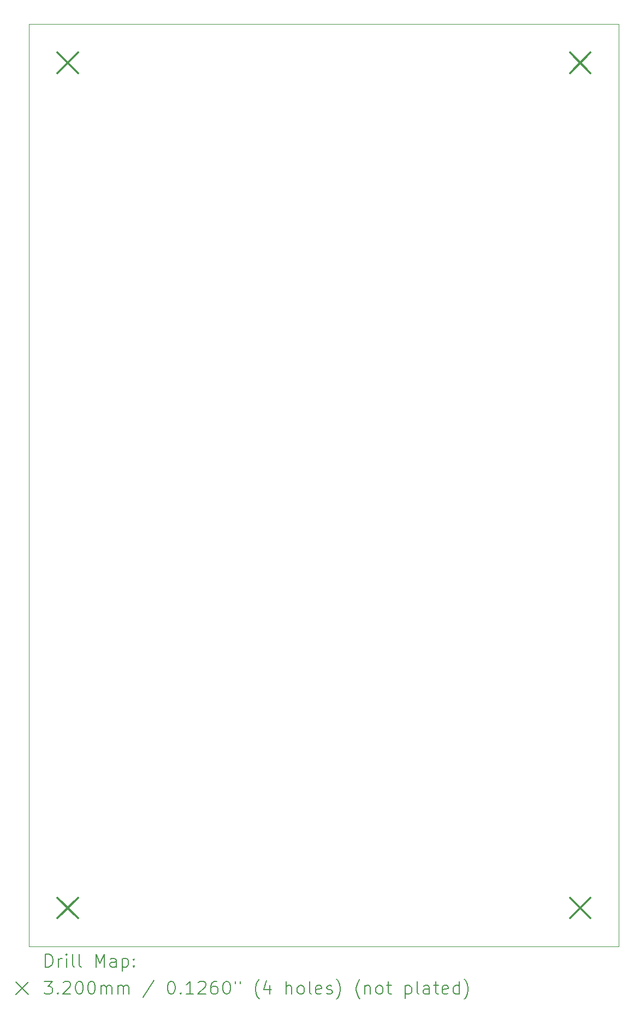
<source format=gbr>
%TF.GenerationSoftware,KiCad,Pcbnew,8.0.8*%
%TF.CreationDate,2025-05-15T13:52:13+02:00*%
%TF.ProjectId,CdFdR,43644664-522e-46b6-9963-61645f706362,0.1*%
%TF.SameCoordinates,Original*%
%TF.FileFunction,Drillmap*%
%TF.FilePolarity,Positive*%
%FSLAX45Y45*%
G04 Gerber Fmt 4.5, Leading zero omitted, Abs format (unit mm)*
G04 Created by KiCad (PCBNEW 8.0.8) date 2025-05-15 13:52:13*
%MOMM*%
%LPD*%
G01*
G04 APERTURE LIST*
%ADD10C,0.050000*%
%ADD11C,0.200000*%
%ADD12C,0.320000*%
G04 APERTURE END LIST*
D10*
X5000000Y-4700000D02*
X14150000Y-4700000D01*
X14150000Y-19000000D01*
X5000000Y-19000000D01*
X5000000Y-4700000D01*
D11*
D12*
X5440000Y-5140000D02*
X5760000Y-5460000D01*
X5760000Y-5140000D02*
X5440000Y-5460000D01*
X5440000Y-18240000D02*
X5760000Y-18560000D01*
X5760000Y-18240000D02*
X5440000Y-18560000D01*
X13390000Y-5140000D02*
X13710000Y-5460000D01*
X13710000Y-5140000D02*
X13390000Y-5460000D01*
X13390000Y-18240000D02*
X13710000Y-18560000D01*
X13710000Y-18240000D02*
X13390000Y-18560000D01*
D11*
X5258277Y-19313984D02*
X5258277Y-19113984D01*
X5258277Y-19113984D02*
X5305896Y-19113984D01*
X5305896Y-19113984D02*
X5334467Y-19123508D01*
X5334467Y-19123508D02*
X5353515Y-19142555D01*
X5353515Y-19142555D02*
X5363039Y-19161603D01*
X5363039Y-19161603D02*
X5372563Y-19199698D01*
X5372563Y-19199698D02*
X5372563Y-19228270D01*
X5372563Y-19228270D02*
X5363039Y-19266365D01*
X5363039Y-19266365D02*
X5353515Y-19285412D01*
X5353515Y-19285412D02*
X5334467Y-19304460D01*
X5334467Y-19304460D02*
X5305896Y-19313984D01*
X5305896Y-19313984D02*
X5258277Y-19313984D01*
X5458277Y-19313984D02*
X5458277Y-19180650D01*
X5458277Y-19218746D02*
X5467801Y-19199698D01*
X5467801Y-19199698D02*
X5477324Y-19190174D01*
X5477324Y-19190174D02*
X5496372Y-19180650D01*
X5496372Y-19180650D02*
X5515420Y-19180650D01*
X5582086Y-19313984D02*
X5582086Y-19180650D01*
X5582086Y-19113984D02*
X5572563Y-19123508D01*
X5572563Y-19123508D02*
X5582086Y-19133031D01*
X5582086Y-19133031D02*
X5591610Y-19123508D01*
X5591610Y-19123508D02*
X5582086Y-19113984D01*
X5582086Y-19113984D02*
X5582086Y-19133031D01*
X5705896Y-19313984D02*
X5686848Y-19304460D01*
X5686848Y-19304460D02*
X5677324Y-19285412D01*
X5677324Y-19285412D02*
X5677324Y-19113984D01*
X5810658Y-19313984D02*
X5791610Y-19304460D01*
X5791610Y-19304460D02*
X5782086Y-19285412D01*
X5782086Y-19285412D02*
X5782086Y-19113984D01*
X6039229Y-19313984D02*
X6039229Y-19113984D01*
X6039229Y-19113984D02*
X6105896Y-19256841D01*
X6105896Y-19256841D02*
X6172562Y-19113984D01*
X6172562Y-19113984D02*
X6172562Y-19313984D01*
X6353515Y-19313984D02*
X6353515Y-19209222D01*
X6353515Y-19209222D02*
X6343991Y-19190174D01*
X6343991Y-19190174D02*
X6324943Y-19180650D01*
X6324943Y-19180650D02*
X6286848Y-19180650D01*
X6286848Y-19180650D02*
X6267801Y-19190174D01*
X6353515Y-19304460D02*
X6334467Y-19313984D01*
X6334467Y-19313984D02*
X6286848Y-19313984D01*
X6286848Y-19313984D02*
X6267801Y-19304460D01*
X6267801Y-19304460D02*
X6258277Y-19285412D01*
X6258277Y-19285412D02*
X6258277Y-19266365D01*
X6258277Y-19266365D02*
X6267801Y-19247317D01*
X6267801Y-19247317D02*
X6286848Y-19237793D01*
X6286848Y-19237793D02*
X6334467Y-19237793D01*
X6334467Y-19237793D02*
X6353515Y-19228270D01*
X6448753Y-19180650D02*
X6448753Y-19380650D01*
X6448753Y-19190174D02*
X6467801Y-19180650D01*
X6467801Y-19180650D02*
X6505896Y-19180650D01*
X6505896Y-19180650D02*
X6524943Y-19190174D01*
X6524943Y-19190174D02*
X6534467Y-19199698D01*
X6534467Y-19199698D02*
X6543991Y-19218746D01*
X6543991Y-19218746D02*
X6543991Y-19275889D01*
X6543991Y-19275889D02*
X6534467Y-19294936D01*
X6534467Y-19294936D02*
X6524943Y-19304460D01*
X6524943Y-19304460D02*
X6505896Y-19313984D01*
X6505896Y-19313984D02*
X6467801Y-19313984D01*
X6467801Y-19313984D02*
X6448753Y-19304460D01*
X6629705Y-19294936D02*
X6639229Y-19304460D01*
X6639229Y-19304460D02*
X6629705Y-19313984D01*
X6629705Y-19313984D02*
X6620182Y-19304460D01*
X6620182Y-19304460D02*
X6629705Y-19294936D01*
X6629705Y-19294936D02*
X6629705Y-19313984D01*
X6629705Y-19190174D02*
X6639229Y-19199698D01*
X6639229Y-19199698D02*
X6629705Y-19209222D01*
X6629705Y-19209222D02*
X6620182Y-19199698D01*
X6620182Y-19199698D02*
X6629705Y-19190174D01*
X6629705Y-19190174D02*
X6629705Y-19209222D01*
X4797500Y-19542500D02*
X4997500Y-19742500D01*
X4997500Y-19542500D02*
X4797500Y-19742500D01*
X5239229Y-19533984D02*
X5363039Y-19533984D01*
X5363039Y-19533984D02*
X5296372Y-19610174D01*
X5296372Y-19610174D02*
X5324944Y-19610174D01*
X5324944Y-19610174D02*
X5343991Y-19619698D01*
X5343991Y-19619698D02*
X5353515Y-19629222D01*
X5353515Y-19629222D02*
X5363039Y-19648270D01*
X5363039Y-19648270D02*
X5363039Y-19695889D01*
X5363039Y-19695889D02*
X5353515Y-19714936D01*
X5353515Y-19714936D02*
X5343991Y-19724460D01*
X5343991Y-19724460D02*
X5324944Y-19733984D01*
X5324944Y-19733984D02*
X5267801Y-19733984D01*
X5267801Y-19733984D02*
X5248753Y-19724460D01*
X5248753Y-19724460D02*
X5239229Y-19714936D01*
X5448753Y-19714936D02*
X5458277Y-19724460D01*
X5458277Y-19724460D02*
X5448753Y-19733984D01*
X5448753Y-19733984D02*
X5439229Y-19724460D01*
X5439229Y-19724460D02*
X5448753Y-19714936D01*
X5448753Y-19714936D02*
X5448753Y-19733984D01*
X5534467Y-19553031D02*
X5543991Y-19543508D01*
X5543991Y-19543508D02*
X5563039Y-19533984D01*
X5563039Y-19533984D02*
X5610658Y-19533984D01*
X5610658Y-19533984D02*
X5629705Y-19543508D01*
X5629705Y-19543508D02*
X5639229Y-19553031D01*
X5639229Y-19553031D02*
X5648753Y-19572079D01*
X5648753Y-19572079D02*
X5648753Y-19591127D01*
X5648753Y-19591127D02*
X5639229Y-19619698D01*
X5639229Y-19619698D02*
X5524944Y-19733984D01*
X5524944Y-19733984D02*
X5648753Y-19733984D01*
X5772562Y-19533984D02*
X5791610Y-19533984D01*
X5791610Y-19533984D02*
X5810658Y-19543508D01*
X5810658Y-19543508D02*
X5820182Y-19553031D01*
X5820182Y-19553031D02*
X5829705Y-19572079D01*
X5829705Y-19572079D02*
X5839229Y-19610174D01*
X5839229Y-19610174D02*
X5839229Y-19657793D01*
X5839229Y-19657793D02*
X5829705Y-19695889D01*
X5829705Y-19695889D02*
X5820182Y-19714936D01*
X5820182Y-19714936D02*
X5810658Y-19724460D01*
X5810658Y-19724460D02*
X5791610Y-19733984D01*
X5791610Y-19733984D02*
X5772562Y-19733984D01*
X5772562Y-19733984D02*
X5753515Y-19724460D01*
X5753515Y-19724460D02*
X5743991Y-19714936D01*
X5743991Y-19714936D02*
X5734467Y-19695889D01*
X5734467Y-19695889D02*
X5724943Y-19657793D01*
X5724943Y-19657793D02*
X5724943Y-19610174D01*
X5724943Y-19610174D02*
X5734467Y-19572079D01*
X5734467Y-19572079D02*
X5743991Y-19553031D01*
X5743991Y-19553031D02*
X5753515Y-19543508D01*
X5753515Y-19543508D02*
X5772562Y-19533984D01*
X5963039Y-19533984D02*
X5982086Y-19533984D01*
X5982086Y-19533984D02*
X6001134Y-19543508D01*
X6001134Y-19543508D02*
X6010658Y-19553031D01*
X6010658Y-19553031D02*
X6020182Y-19572079D01*
X6020182Y-19572079D02*
X6029705Y-19610174D01*
X6029705Y-19610174D02*
X6029705Y-19657793D01*
X6029705Y-19657793D02*
X6020182Y-19695889D01*
X6020182Y-19695889D02*
X6010658Y-19714936D01*
X6010658Y-19714936D02*
X6001134Y-19724460D01*
X6001134Y-19724460D02*
X5982086Y-19733984D01*
X5982086Y-19733984D02*
X5963039Y-19733984D01*
X5963039Y-19733984D02*
X5943991Y-19724460D01*
X5943991Y-19724460D02*
X5934467Y-19714936D01*
X5934467Y-19714936D02*
X5924943Y-19695889D01*
X5924943Y-19695889D02*
X5915420Y-19657793D01*
X5915420Y-19657793D02*
X5915420Y-19610174D01*
X5915420Y-19610174D02*
X5924943Y-19572079D01*
X5924943Y-19572079D02*
X5934467Y-19553031D01*
X5934467Y-19553031D02*
X5943991Y-19543508D01*
X5943991Y-19543508D02*
X5963039Y-19533984D01*
X6115420Y-19733984D02*
X6115420Y-19600650D01*
X6115420Y-19619698D02*
X6124943Y-19610174D01*
X6124943Y-19610174D02*
X6143991Y-19600650D01*
X6143991Y-19600650D02*
X6172563Y-19600650D01*
X6172563Y-19600650D02*
X6191610Y-19610174D01*
X6191610Y-19610174D02*
X6201134Y-19629222D01*
X6201134Y-19629222D02*
X6201134Y-19733984D01*
X6201134Y-19629222D02*
X6210658Y-19610174D01*
X6210658Y-19610174D02*
X6229705Y-19600650D01*
X6229705Y-19600650D02*
X6258277Y-19600650D01*
X6258277Y-19600650D02*
X6277324Y-19610174D01*
X6277324Y-19610174D02*
X6286848Y-19629222D01*
X6286848Y-19629222D02*
X6286848Y-19733984D01*
X6382086Y-19733984D02*
X6382086Y-19600650D01*
X6382086Y-19619698D02*
X6391610Y-19610174D01*
X6391610Y-19610174D02*
X6410658Y-19600650D01*
X6410658Y-19600650D02*
X6439229Y-19600650D01*
X6439229Y-19600650D02*
X6458277Y-19610174D01*
X6458277Y-19610174D02*
X6467801Y-19629222D01*
X6467801Y-19629222D02*
X6467801Y-19733984D01*
X6467801Y-19629222D02*
X6477324Y-19610174D01*
X6477324Y-19610174D02*
X6496372Y-19600650D01*
X6496372Y-19600650D02*
X6524943Y-19600650D01*
X6524943Y-19600650D02*
X6543991Y-19610174D01*
X6543991Y-19610174D02*
X6553515Y-19629222D01*
X6553515Y-19629222D02*
X6553515Y-19733984D01*
X6943991Y-19524460D02*
X6772563Y-19781603D01*
X7201134Y-19533984D02*
X7220182Y-19533984D01*
X7220182Y-19533984D02*
X7239229Y-19543508D01*
X7239229Y-19543508D02*
X7248753Y-19553031D01*
X7248753Y-19553031D02*
X7258277Y-19572079D01*
X7258277Y-19572079D02*
X7267801Y-19610174D01*
X7267801Y-19610174D02*
X7267801Y-19657793D01*
X7267801Y-19657793D02*
X7258277Y-19695889D01*
X7258277Y-19695889D02*
X7248753Y-19714936D01*
X7248753Y-19714936D02*
X7239229Y-19724460D01*
X7239229Y-19724460D02*
X7220182Y-19733984D01*
X7220182Y-19733984D02*
X7201134Y-19733984D01*
X7201134Y-19733984D02*
X7182086Y-19724460D01*
X7182086Y-19724460D02*
X7172563Y-19714936D01*
X7172563Y-19714936D02*
X7163039Y-19695889D01*
X7163039Y-19695889D02*
X7153515Y-19657793D01*
X7153515Y-19657793D02*
X7153515Y-19610174D01*
X7153515Y-19610174D02*
X7163039Y-19572079D01*
X7163039Y-19572079D02*
X7172563Y-19553031D01*
X7172563Y-19553031D02*
X7182086Y-19543508D01*
X7182086Y-19543508D02*
X7201134Y-19533984D01*
X7353515Y-19714936D02*
X7363039Y-19724460D01*
X7363039Y-19724460D02*
X7353515Y-19733984D01*
X7353515Y-19733984D02*
X7343991Y-19724460D01*
X7343991Y-19724460D02*
X7353515Y-19714936D01*
X7353515Y-19714936D02*
X7353515Y-19733984D01*
X7553515Y-19733984D02*
X7439229Y-19733984D01*
X7496372Y-19733984D02*
X7496372Y-19533984D01*
X7496372Y-19533984D02*
X7477325Y-19562555D01*
X7477325Y-19562555D02*
X7458277Y-19581603D01*
X7458277Y-19581603D02*
X7439229Y-19591127D01*
X7629706Y-19553031D02*
X7639229Y-19543508D01*
X7639229Y-19543508D02*
X7658277Y-19533984D01*
X7658277Y-19533984D02*
X7705896Y-19533984D01*
X7705896Y-19533984D02*
X7724944Y-19543508D01*
X7724944Y-19543508D02*
X7734467Y-19553031D01*
X7734467Y-19553031D02*
X7743991Y-19572079D01*
X7743991Y-19572079D02*
X7743991Y-19591127D01*
X7743991Y-19591127D02*
X7734467Y-19619698D01*
X7734467Y-19619698D02*
X7620182Y-19733984D01*
X7620182Y-19733984D02*
X7743991Y-19733984D01*
X7915420Y-19533984D02*
X7877325Y-19533984D01*
X7877325Y-19533984D02*
X7858277Y-19543508D01*
X7858277Y-19543508D02*
X7848753Y-19553031D01*
X7848753Y-19553031D02*
X7829706Y-19581603D01*
X7829706Y-19581603D02*
X7820182Y-19619698D01*
X7820182Y-19619698D02*
X7820182Y-19695889D01*
X7820182Y-19695889D02*
X7829706Y-19714936D01*
X7829706Y-19714936D02*
X7839229Y-19724460D01*
X7839229Y-19724460D02*
X7858277Y-19733984D01*
X7858277Y-19733984D02*
X7896372Y-19733984D01*
X7896372Y-19733984D02*
X7915420Y-19724460D01*
X7915420Y-19724460D02*
X7924944Y-19714936D01*
X7924944Y-19714936D02*
X7934467Y-19695889D01*
X7934467Y-19695889D02*
X7934467Y-19648270D01*
X7934467Y-19648270D02*
X7924944Y-19629222D01*
X7924944Y-19629222D02*
X7915420Y-19619698D01*
X7915420Y-19619698D02*
X7896372Y-19610174D01*
X7896372Y-19610174D02*
X7858277Y-19610174D01*
X7858277Y-19610174D02*
X7839229Y-19619698D01*
X7839229Y-19619698D02*
X7829706Y-19629222D01*
X7829706Y-19629222D02*
X7820182Y-19648270D01*
X8058277Y-19533984D02*
X8077325Y-19533984D01*
X8077325Y-19533984D02*
X8096372Y-19543508D01*
X8096372Y-19543508D02*
X8105896Y-19553031D01*
X8105896Y-19553031D02*
X8115420Y-19572079D01*
X8115420Y-19572079D02*
X8124944Y-19610174D01*
X8124944Y-19610174D02*
X8124944Y-19657793D01*
X8124944Y-19657793D02*
X8115420Y-19695889D01*
X8115420Y-19695889D02*
X8105896Y-19714936D01*
X8105896Y-19714936D02*
X8096372Y-19724460D01*
X8096372Y-19724460D02*
X8077325Y-19733984D01*
X8077325Y-19733984D02*
X8058277Y-19733984D01*
X8058277Y-19733984D02*
X8039229Y-19724460D01*
X8039229Y-19724460D02*
X8029706Y-19714936D01*
X8029706Y-19714936D02*
X8020182Y-19695889D01*
X8020182Y-19695889D02*
X8010658Y-19657793D01*
X8010658Y-19657793D02*
X8010658Y-19610174D01*
X8010658Y-19610174D02*
X8020182Y-19572079D01*
X8020182Y-19572079D02*
X8029706Y-19553031D01*
X8029706Y-19553031D02*
X8039229Y-19543508D01*
X8039229Y-19543508D02*
X8058277Y-19533984D01*
X8201134Y-19533984D02*
X8201134Y-19572079D01*
X8277325Y-19533984D02*
X8277325Y-19572079D01*
X8572563Y-19810174D02*
X8563039Y-19800650D01*
X8563039Y-19800650D02*
X8543991Y-19772079D01*
X8543991Y-19772079D02*
X8534468Y-19753031D01*
X8534468Y-19753031D02*
X8524944Y-19724460D01*
X8524944Y-19724460D02*
X8515420Y-19676841D01*
X8515420Y-19676841D02*
X8515420Y-19638746D01*
X8515420Y-19638746D02*
X8524944Y-19591127D01*
X8524944Y-19591127D02*
X8534468Y-19562555D01*
X8534468Y-19562555D02*
X8543991Y-19543508D01*
X8543991Y-19543508D02*
X8563039Y-19514936D01*
X8563039Y-19514936D02*
X8572563Y-19505412D01*
X8734468Y-19600650D02*
X8734468Y-19733984D01*
X8686849Y-19524460D02*
X8639230Y-19667317D01*
X8639230Y-19667317D02*
X8763039Y-19667317D01*
X8991611Y-19733984D02*
X8991611Y-19533984D01*
X9077325Y-19733984D02*
X9077325Y-19629222D01*
X9077325Y-19629222D02*
X9067801Y-19610174D01*
X9067801Y-19610174D02*
X9048753Y-19600650D01*
X9048753Y-19600650D02*
X9020182Y-19600650D01*
X9020182Y-19600650D02*
X9001134Y-19610174D01*
X9001134Y-19610174D02*
X8991611Y-19619698D01*
X9201134Y-19733984D02*
X9182087Y-19724460D01*
X9182087Y-19724460D02*
X9172563Y-19714936D01*
X9172563Y-19714936D02*
X9163039Y-19695889D01*
X9163039Y-19695889D02*
X9163039Y-19638746D01*
X9163039Y-19638746D02*
X9172563Y-19619698D01*
X9172563Y-19619698D02*
X9182087Y-19610174D01*
X9182087Y-19610174D02*
X9201134Y-19600650D01*
X9201134Y-19600650D02*
X9229706Y-19600650D01*
X9229706Y-19600650D02*
X9248753Y-19610174D01*
X9248753Y-19610174D02*
X9258277Y-19619698D01*
X9258277Y-19619698D02*
X9267801Y-19638746D01*
X9267801Y-19638746D02*
X9267801Y-19695889D01*
X9267801Y-19695889D02*
X9258277Y-19714936D01*
X9258277Y-19714936D02*
X9248753Y-19724460D01*
X9248753Y-19724460D02*
X9229706Y-19733984D01*
X9229706Y-19733984D02*
X9201134Y-19733984D01*
X9382087Y-19733984D02*
X9363039Y-19724460D01*
X9363039Y-19724460D02*
X9353515Y-19705412D01*
X9353515Y-19705412D02*
X9353515Y-19533984D01*
X9534468Y-19724460D02*
X9515420Y-19733984D01*
X9515420Y-19733984D02*
X9477325Y-19733984D01*
X9477325Y-19733984D02*
X9458277Y-19724460D01*
X9458277Y-19724460D02*
X9448753Y-19705412D01*
X9448753Y-19705412D02*
X9448753Y-19629222D01*
X9448753Y-19629222D02*
X9458277Y-19610174D01*
X9458277Y-19610174D02*
X9477325Y-19600650D01*
X9477325Y-19600650D02*
X9515420Y-19600650D01*
X9515420Y-19600650D02*
X9534468Y-19610174D01*
X9534468Y-19610174D02*
X9543992Y-19629222D01*
X9543992Y-19629222D02*
X9543992Y-19648270D01*
X9543992Y-19648270D02*
X9448753Y-19667317D01*
X9620182Y-19724460D02*
X9639230Y-19733984D01*
X9639230Y-19733984D02*
X9677325Y-19733984D01*
X9677325Y-19733984D02*
X9696373Y-19724460D01*
X9696373Y-19724460D02*
X9705896Y-19705412D01*
X9705896Y-19705412D02*
X9705896Y-19695889D01*
X9705896Y-19695889D02*
X9696373Y-19676841D01*
X9696373Y-19676841D02*
X9677325Y-19667317D01*
X9677325Y-19667317D02*
X9648753Y-19667317D01*
X9648753Y-19667317D02*
X9629706Y-19657793D01*
X9629706Y-19657793D02*
X9620182Y-19638746D01*
X9620182Y-19638746D02*
X9620182Y-19629222D01*
X9620182Y-19629222D02*
X9629706Y-19610174D01*
X9629706Y-19610174D02*
X9648753Y-19600650D01*
X9648753Y-19600650D02*
X9677325Y-19600650D01*
X9677325Y-19600650D02*
X9696373Y-19610174D01*
X9772563Y-19810174D02*
X9782087Y-19800650D01*
X9782087Y-19800650D02*
X9801134Y-19772079D01*
X9801134Y-19772079D02*
X9810658Y-19753031D01*
X9810658Y-19753031D02*
X9820182Y-19724460D01*
X9820182Y-19724460D02*
X9829706Y-19676841D01*
X9829706Y-19676841D02*
X9829706Y-19638746D01*
X9829706Y-19638746D02*
X9820182Y-19591127D01*
X9820182Y-19591127D02*
X9810658Y-19562555D01*
X9810658Y-19562555D02*
X9801134Y-19543508D01*
X9801134Y-19543508D02*
X9782087Y-19514936D01*
X9782087Y-19514936D02*
X9772563Y-19505412D01*
X10134468Y-19810174D02*
X10124944Y-19800650D01*
X10124944Y-19800650D02*
X10105896Y-19772079D01*
X10105896Y-19772079D02*
X10096373Y-19753031D01*
X10096373Y-19753031D02*
X10086849Y-19724460D01*
X10086849Y-19724460D02*
X10077325Y-19676841D01*
X10077325Y-19676841D02*
X10077325Y-19638746D01*
X10077325Y-19638746D02*
X10086849Y-19591127D01*
X10086849Y-19591127D02*
X10096373Y-19562555D01*
X10096373Y-19562555D02*
X10105896Y-19543508D01*
X10105896Y-19543508D02*
X10124944Y-19514936D01*
X10124944Y-19514936D02*
X10134468Y-19505412D01*
X10210658Y-19600650D02*
X10210658Y-19733984D01*
X10210658Y-19619698D02*
X10220182Y-19610174D01*
X10220182Y-19610174D02*
X10239230Y-19600650D01*
X10239230Y-19600650D02*
X10267801Y-19600650D01*
X10267801Y-19600650D02*
X10286849Y-19610174D01*
X10286849Y-19610174D02*
X10296373Y-19629222D01*
X10296373Y-19629222D02*
X10296373Y-19733984D01*
X10420182Y-19733984D02*
X10401134Y-19724460D01*
X10401134Y-19724460D02*
X10391611Y-19714936D01*
X10391611Y-19714936D02*
X10382087Y-19695889D01*
X10382087Y-19695889D02*
X10382087Y-19638746D01*
X10382087Y-19638746D02*
X10391611Y-19619698D01*
X10391611Y-19619698D02*
X10401134Y-19610174D01*
X10401134Y-19610174D02*
X10420182Y-19600650D01*
X10420182Y-19600650D02*
X10448754Y-19600650D01*
X10448754Y-19600650D02*
X10467801Y-19610174D01*
X10467801Y-19610174D02*
X10477325Y-19619698D01*
X10477325Y-19619698D02*
X10486849Y-19638746D01*
X10486849Y-19638746D02*
X10486849Y-19695889D01*
X10486849Y-19695889D02*
X10477325Y-19714936D01*
X10477325Y-19714936D02*
X10467801Y-19724460D01*
X10467801Y-19724460D02*
X10448754Y-19733984D01*
X10448754Y-19733984D02*
X10420182Y-19733984D01*
X10543992Y-19600650D02*
X10620182Y-19600650D01*
X10572563Y-19533984D02*
X10572563Y-19705412D01*
X10572563Y-19705412D02*
X10582087Y-19724460D01*
X10582087Y-19724460D02*
X10601134Y-19733984D01*
X10601134Y-19733984D02*
X10620182Y-19733984D01*
X10839230Y-19600650D02*
X10839230Y-19800650D01*
X10839230Y-19610174D02*
X10858277Y-19600650D01*
X10858277Y-19600650D02*
X10896373Y-19600650D01*
X10896373Y-19600650D02*
X10915420Y-19610174D01*
X10915420Y-19610174D02*
X10924944Y-19619698D01*
X10924944Y-19619698D02*
X10934468Y-19638746D01*
X10934468Y-19638746D02*
X10934468Y-19695889D01*
X10934468Y-19695889D02*
X10924944Y-19714936D01*
X10924944Y-19714936D02*
X10915420Y-19724460D01*
X10915420Y-19724460D02*
X10896373Y-19733984D01*
X10896373Y-19733984D02*
X10858277Y-19733984D01*
X10858277Y-19733984D02*
X10839230Y-19724460D01*
X11048754Y-19733984D02*
X11029706Y-19724460D01*
X11029706Y-19724460D02*
X11020182Y-19705412D01*
X11020182Y-19705412D02*
X11020182Y-19533984D01*
X11210658Y-19733984D02*
X11210658Y-19629222D01*
X11210658Y-19629222D02*
X11201134Y-19610174D01*
X11201134Y-19610174D02*
X11182087Y-19600650D01*
X11182087Y-19600650D02*
X11143992Y-19600650D01*
X11143992Y-19600650D02*
X11124944Y-19610174D01*
X11210658Y-19724460D02*
X11191611Y-19733984D01*
X11191611Y-19733984D02*
X11143992Y-19733984D01*
X11143992Y-19733984D02*
X11124944Y-19724460D01*
X11124944Y-19724460D02*
X11115420Y-19705412D01*
X11115420Y-19705412D02*
X11115420Y-19686365D01*
X11115420Y-19686365D02*
X11124944Y-19667317D01*
X11124944Y-19667317D02*
X11143992Y-19657793D01*
X11143992Y-19657793D02*
X11191611Y-19657793D01*
X11191611Y-19657793D02*
X11210658Y-19648270D01*
X11277325Y-19600650D02*
X11353515Y-19600650D01*
X11305896Y-19533984D02*
X11305896Y-19705412D01*
X11305896Y-19705412D02*
X11315420Y-19724460D01*
X11315420Y-19724460D02*
X11334468Y-19733984D01*
X11334468Y-19733984D02*
X11353515Y-19733984D01*
X11496373Y-19724460D02*
X11477325Y-19733984D01*
X11477325Y-19733984D02*
X11439230Y-19733984D01*
X11439230Y-19733984D02*
X11420182Y-19724460D01*
X11420182Y-19724460D02*
X11410658Y-19705412D01*
X11410658Y-19705412D02*
X11410658Y-19629222D01*
X11410658Y-19629222D02*
X11420182Y-19610174D01*
X11420182Y-19610174D02*
X11439230Y-19600650D01*
X11439230Y-19600650D02*
X11477325Y-19600650D01*
X11477325Y-19600650D02*
X11496373Y-19610174D01*
X11496373Y-19610174D02*
X11505896Y-19629222D01*
X11505896Y-19629222D02*
X11505896Y-19648270D01*
X11505896Y-19648270D02*
X11410658Y-19667317D01*
X11677325Y-19733984D02*
X11677325Y-19533984D01*
X11677325Y-19724460D02*
X11658277Y-19733984D01*
X11658277Y-19733984D02*
X11620182Y-19733984D01*
X11620182Y-19733984D02*
X11601134Y-19724460D01*
X11601134Y-19724460D02*
X11591611Y-19714936D01*
X11591611Y-19714936D02*
X11582087Y-19695889D01*
X11582087Y-19695889D02*
X11582087Y-19638746D01*
X11582087Y-19638746D02*
X11591611Y-19619698D01*
X11591611Y-19619698D02*
X11601134Y-19610174D01*
X11601134Y-19610174D02*
X11620182Y-19600650D01*
X11620182Y-19600650D02*
X11658277Y-19600650D01*
X11658277Y-19600650D02*
X11677325Y-19610174D01*
X11753515Y-19810174D02*
X11763039Y-19800650D01*
X11763039Y-19800650D02*
X11782087Y-19772079D01*
X11782087Y-19772079D02*
X11791611Y-19753031D01*
X11791611Y-19753031D02*
X11801134Y-19724460D01*
X11801134Y-19724460D02*
X11810658Y-19676841D01*
X11810658Y-19676841D02*
X11810658Y-19638746D01*
X11810658Y-19638746D02*
X11801134Y-19591127D01*
X11801134Y-19591127D02*
X11791611Y-19562555D01*
X11791611Y-19562555D02*
X11782087Y-19543508D01*
X11782087Y-19543508D02*
X11763039Y-19514936D01*
X11763039Y-19514936D02*
X11753515Y-19505412D01*
M02*

</source>
